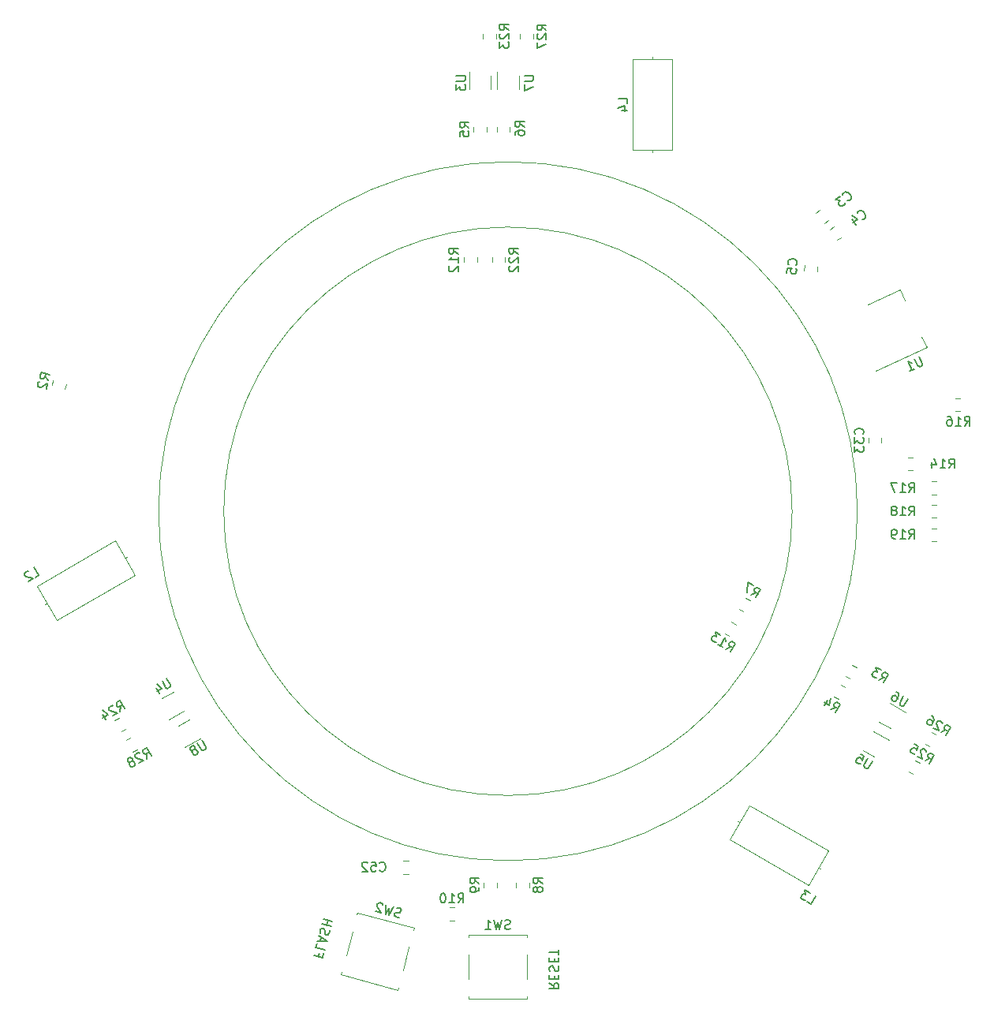
<source format=gbr>
G04 #@! TF.GenerationSoftware,KiCad,Pcbnew,(5.1.4)-1*
G04 #@! TF.CreationDate,2019-09-16T17:17:07+02:00*
G04 #@! TF.ProjectId,PixelFan,50697865-6c46-4616-9e2e-6b696361645f,rev?*
G04 #@! TF.SameCoordinates,Original*
G04 #@! TF.FileFunction,Legend,Bot*
G04 #@! TF.FilePolarity,Positive*
%FSLAX46Y46*%
G04 Gerber Fmt 4.6, Leading zero omitted, Abs format (unit mm)*
G04 Created by KiCad (PCBNEW (5.1.4)-1) date 2019-09-16 17:17:07*
%MOMM*%
%LPD*%
G04 APERTURE LIST*
%ADD10C,0.150000*%
%ADD11C,0.120000*%
G04 APERTURE END LIST*
D10*
X279731467Y-287451361D02*
X279645194Y-287773336D01*
X279139233Y-287637765D02*
X280105158Y-287896584D01*
X280228406Y-287436619D01*
X279484325Y-286349863D02*
X279361078Y-286809828D01*
X280327003Y-287068647D01*
X279834252Y-286147833D02*
X279957499Y-285687868D01*
X279533624Y-286165878D02*
X280585822Y-286102721D01*
X279706170Y-285521927D01*
X279826114Y-285258273D02*
X279817092Y-285107959D01*
X279878716Y-284877977D01*
X279949361Y-284798308D01*
X280007683Y-284764637D01*
X280112000Y-284743289D01*
X280203993Y-284767939D01*
X280283661Y-284838585D01*
X280317333Y-284896906D01*
X280338680Y-285001224D01*
X280335378Y-285197534D01*
X280356725Y-285301852D01*
X280390397Y-285360173D01*
X280470065Y-285430819D01*
X280562058Y-285455468D01*
X280666375Y-285434121D01*
X280724697Y-285400450D01*
X280795343Y-285320781D01*
X280856966Y-285090799D01*
X280847944Y-284940485D01*
X280038937Y-284280022D02*
X281004863Y-284538841D01*
X280544898Y-284415594D02*
X280692795Y-283863637D01*
X280186834Y-283728065D02*
X281152759Y-283986884D01*
X304447619Y-290652380D02*
X304923809Y-290985714D01*
X304447619Y-291223809D02*
X305447619Y-291223809D01*
X305447619Y-290842857D01*
X305400000Y-290747619D01*
X305352380Y-290700000D01*
X305257142Y-290652380D01*
X305114285Y-290652380D01*
X305019047Y-290700000D01*
X304971428Y-290747619D01*
X304923809Y-290842857D01*
X304923809Y-291223809D01*
X304971428Y-290223809D02*
X304971428Y-289890476D01*
X304447619Y-289747619D02*
X304447619Y-290223809D01*
X305447619Y-290223809D01*
X305447619Y-289747619D01*
X304495238Y-289366666D02*
X304447619Y-289223809D01*
X304447619Y-288985714D01*
X304495238Y-288890476D01*
X304542857Y-288842857D01*
X304638095Y-288795238D01*
X304733333Y-288795238D01*
X304828571Y-288842857D01*
X304876190Y-288890476D01*
X304923809Y-288985714D01*
X304971428Y-289176190D01*
X305019047Y-289271428D01*
X305066666Y-289319047D01*
X305161904Y-289366666D01*
X305257142Y-289366666D01*
X305352380Y-289319047D01*
X305400000Y-289271428D01*
X305447619Y-289176190D01*
X305447619Y-288938095D01*
X305400000Y-288795238D01*
X304971428Y-288366666D02*
X304971428Y-288033333D01*
X304447619Y-287890476D02*
X304447619Y-288366666D01*
X305447619Y-288366666D01*
X305447619Y-287890476D01*
X305447619Y-287604761D02*
X305447619Y-287033333D01*
X304447619Y-287319047D02*
X305447619Y-287319047D01*
D11*
X330500000Y-240000000D02*
G75*
G03X330500000Y-240000000I-30500000J0D01*
G01*
X337500000Y-240000000D02*
G75*
G03X337500000Y-240000000I-37500000J0D01*
G01*
X334353584Y-208721981D02*
X333953323Y-209057840D01*
X333440825Y-207634198D02*
X333040564Y-207970057D01*
X334949587Y-209447552D02*
X334521577Y-209747248D01*
X335764065Y-210610748D02*
X335336055Y-210910444D01*
X331775062Y-214136790D02*
X331820601Y-213616275D01*
X333189659Y-214260551D02*
X333235198Y-213740036D01*
X338660000Y-232118748D02*
X338660000Y-232641252D01*
X340080000Y-232118748D02*
X340080000Y-232641252D01*
X302310000Y-280361252D02*
X302310000Y-279838748D01*
X300890000Y-280361252D02*
X300890000Y-279838748D01*
X297390000Y-279838748D02*
X297390000Y-280361252D01*
X298810000Y-279838748D02*
X298810000Y-280361252D01*
X294261252Y-283910000D02*
X293738748Y-283910000D01*
X294261252Y-282490000D02*
X293738748Y-282490000D01*
X343441252Y-234210000D02*
X342918748Y-234210000D01*
X343441252Y-235630000D02*
X342918748Y-235630000D01*
X348521252Y-227860000D02*
X347998748Y-227860000D01*
X348521252Y-229280000D02*
X347998748Y-229280000D01*
X345458748Y-238210000D02*
X345981252Y-238210000D01*
X345458748Y-236790000D02*
X345981252Y-236790000D01*
X345474639Y-239290000D02*
X345997143Y-239290000D01*
X345474639Y-240710000D02*
X345997143Y-240710000D01*
X345458748Y-243250000D02*
X345981252Y-243250000D01*
X345458748Y-241830000D02*
X345981252Y-241830000D01*
X302050000Y-285700000D02*
X302050000Y-285450000D01*
X302050000Y-285450000D02*
X295750000Y-285450000D01*
X295750000Y-285450000D02*
X295750000Y-285700000D01*
X302050000Y-290200000D02*
X302050000Y-287600000D01*
X295750000Y-292100000D02*
X295750000Y-292350000D01*
X295750000Y-292350000D02*
X302050000Y-292350000D01*
X302050000Y-292350000D02*
X302050000Y-292100000D01*
X295750000Y-287600000D02*
X295750000Y-290200000D01*
X283293798Y-285129016D02*
X282620869Y-287640424D01*
X288149741Y-291347724D02*
X288214445Y-291106243D01*
X282064408Y-289717164D02*
X288149741Y-291347724D01*
X282129113Y-289475683D02*
X282064408Y-289717164D01*
X288706202Y-289270984D02*
X289379131Y-286759576D01*
X283850259Y-283052276D02*
X283785555Y-283293757D01*
X289935592Y-284682836D02*
X283850259Y-283052276D01*
X289870887Y-284924317D02*
X289935592Y-284682836D01*
X342055080Y-216234946D02*
X342587579Y-217376893D01*
X344937336Y-222415965D02*
X344404837Y-221274017D01*
X338647362Y-217823990D02*
X342055080Y-216234946D01*
X339490426Y-224955900D02*
X344937336Y-222415965D01*
X289311252Y-278910000D02*
X288788748Y-278910000D01*
X289311252Y-277490000D02*
X288788748Y-277490000D01*
X251185310Y-225974888D02*
X251050076Y-226479589D01*
X252556924Y-226342411D02*
X252421690Y-226847112D01*
X336242778Y-257703163D02*
X336695280Y-257964415D01*
X336952778Y-256473407D02*
X337405280Y-256734659D01*
X335702778Y-258638471D02*
X336155280Y-258899723D01*
X334992778Y-259868227D02*
X335445280Y-260129479D01*
X296290000Y-198738748D02*
X296290000Y-199261252D01*
X297710000Y-198738748D02*
X297710000Y-199261252D01*
X300210000Y-198738748D02*
X300210000Y-199261252D01*
X298790000Y-198738748D02*
X298790000Y-199261252D01*
X325511435Y-249290394D02*
X325963937Y-249551646D01*
X324801435Y-250520150D02*
X325253937Y-250781402D01*
X295290000Y-213261252D02*
X295290000Y-212738748D01*
X296710000Y-213261252D02*
X296710000Y-212738748D01*
X323301435Y-253118227D02*
X323753937Y-253379479D01*
X324011435Y-251888471D02*
X324463937Y-252149723D01*
X299710000Y-213261252D02*
X299710000Y-212738748D01*
X298290000Y-213261252D02*
X298290000Y-212738748D01*
X295840000Y-194700000D02*
X295840000Y-192800000D01*
X298160000Y-193300000D02*
X298160000Y-194700000D01*
X265246164Y-261404589D02*
X263600716Y-262354589D01*
X262873728Y-260095411D02*
X264086164Y-259395411D01*
X339296399Y-266336640D02*
X338083963Y-265636640D01*
X339243963Y-263627462D02*
X340889411Y-264577462D01*
X340993963Y-260596373D02*
X342639411Y-261546373D01*
X341046399Y-263305551D02*
X339833963Y-262605551D01*
X301160000Y-193300000D02*
X301160000Y-194700000D01*
X298840000Y-194700000D02*
X298840000Y-192800000D01*
X264583020Y-263055992D02*
X265795456Y-262355992D01*
X266955456Y-264365170D02*
X265310008Y-265315170D01*
X251541718Y-251695974D02*
X249421718Y-248024026D01*
X249421718Y-248024026D02*
X257856805Y-243154026D01*
X257856805Y-243154026D02*
X259976805Y-246825974D01*
X259976805Y-246825974D02*
X251541718Y-251695974D01*
X250273872Y-249980000D02*
X250481718Y-249860000D01*
X259124651Y-244870000D02*
X258916805Y-244990000D01*
X324675349Y-273270000D02*
X324883195Y-273390000D01*
X333526128Y-278380000D02*
X333318282Y-278260000D01*
X325943195Y-271554026D02*
X334378282Y-276424026D01*
X323823195Y-275225974D02*
X325943195Y-271554026D01*
X332258282Y-280095974D02*
X323823195Y-275225974D01*
X334378282Y-276424026D02*
X332258282Y-280095974D01*
X313380000Y-191480000D02*
X317620000Y-191480000D01*
X317620000Y-191480000D02*
X317620000Y-201220000D01*
X317620000Y-201220000D02*
X313380000Y-201220000D01*
X313380000Y-201220000D02*
X313380000Y-191480000D01*
X315500000Y-191240000D02*
X315500000Y-191480000D01*
X315500000Y-201460000D02*
X315500000Y-201220000D01*
X298710000Y-189261252D02*
X298710000Y-188738748D01*
X297290000Y-189261252D02*
X297290000Y-188738748D01*
X258492542Y-263629479D02*
X258945044Y-263368227D01*
X257782542Y-262399723D02*
X258235044Y-262138471D01*
X344181559Y-266997799D02*
X343729057Y-266736547D01*
X343471559Y-268227555D02*
X343019057Y-267966303D01*
X345221559Y-265196466D02*
X344769057Y-264935214D01*
X345931559Y-263966710D02*
X345479057Y-263705458D01*
X301290000Y-189286252D02*
X301290000Y-188763748D01*
X302710000Y-189286252D02*
X302710000Y-188763748D01*
X259032542Y-264564786D02*
X259485044Y-264303534D01*
X259742542Y-265794542D02*
X260195044Y-265533290D01*
D10*
X336457251Y-206668409D02*
X336524338Y-206674278D01*
X336664382Y-206618929D01*
X336737338Y-206557712D01*
X336816164Y-206429406D01*
X336827903Y-206295232D01*
X336803163Y-206191666D01*
X336717206Y-206015144D01*
X336625379Y-205905709D01*
X336466465Y-205790405D01*
X336368769Y-205748057D01*
X336234595Y-205736319D01*
X336094551Y-205791667D01*
X336021594Y-205852885D01*
X335942768Y-205981190D01*
X335936899Y-206048277D01*
X335620333Y-206189583D02*
X335146115Y-206587499D01*
X335646334Y-206665063D01*
X335536899Y-206756890D01*
X335494552Y-206854586D01*
X335488682Y-206921674D01*
X335513422Y-207025239D01*
X335666467Y-207207631D01*
X335764163Y-207249978D01*
X335831250Y-207255848D01*
X335934816Y-207231108D01*
X336153685Y-207047454D01*
X336196033Y-206949758D01*
X336201902Y-206882671D01*
X337985008Y-208665436D02*
X338051328Y-208677130D01*
X338195663Y-208634198D01*
X338273677Y-208579571D01*
X338363386Y-208458624D01*
X338386774Y-208325984D01*
X338371155Y-208220656D01*
X338300910Y-208037314D01*
X338218970Y-207920292D01*
X338070710Y-207791576D01*
X337977077Y-207740875D01*
X337844436Y-207717487D01*
X337700101Y-207760419D01*
X337622086Y-207815046D01*
X337532378Y-207935992D01*
X337520684Y-208002313D01*
X336955119Y-208688986D02*
X337337504Y-209235087D01*
X336931650Y-208240362D02*
X337536384Y-208688905D01*
X337029290Y-209043976D01*
X330915500Y-213574955D02*
X330967088Y-213531668D01*
X331026977Y-213393504D01*
X331035278Y-213298629D01*
X331000291Y-213152165D01*
X330913715Y-213048989D01*
X330822990Y-212993250D01*
X330637389Y-212929211D01*
X330495075Y-212916760D01*
X330301174Y-212947597D01*
X330202148Y-212986734D01*
X330098972Y-213073310D01*
X330039083Y-213211473D01*
X330030782Y-213306349D01*
X330065769Y-213452812D01*
X330109057Y-213504400D01*
X329935326Y-214397419D02*
X329976829Y-213923040D01*
X330455358Y-213917105D01*
X330403769Y-213960393D01*
X330348031Y-214051118D01*
X330327280Y-214288308D01*
X330366417Y-214387334D01*
X330409704Y-214438922D01*
X330500430Y-214494660D01*
X330737619Y-214515411D01*
X330836645Y-214476274D01*
X330888233Y-214432987D01*
X330943972Y-214342261D01*
X330964723Y-214105072D01*
X330925586Y-214006046D01*
X330882298Y-213954458D01*
X338077142Y-231737142D02*
X338124761Y-231689523D01*
X338172380Y-231546666D01*
X338172380Y-231451428D01*
X338124761Y-231308571D01*
X338029523Y-231213333D01*
X337934285Y-231165714D01*
X337743809Y-231118095D01*
X337600952Y-231118095D01*
X337410476Y-231165714D01*
X337315238Y-231213333D01*
X337220000Y-231308571D01*
X337172380Y-231451428D01*
X337172380Y-231546666D01*
X337220000Y-231689523D01*
X337267619Y-231737142D01*
X337172380Y-232070476D02*
X337172380Y-232689523D01*
X337553333Y-232356190D01*
X337553333Y-232499047D01*
X337600952Y-232594285D01*
X337648571Y-232641904D01*
X337743809Y-232689523D01*
X337981904Y-232689523D01*
X338077142Y-232641904D01*
X338124761Y-232594285D01*
X338172380Y-232499047D01*
X338172380Y-232213333D01*
X338124761Y-232118095D01*
X338077142Y-232070476D01*
X337172380Y-233022857D02*
X337172380Y-233641904D01*
X337553333Y-233308571D01*
X337553333Y-233451428D01*
X337600952Y-233546666D01*
X337648571Y-233594285D01*
X337743809Y-233641904D01*
X337981904Y-233641904D01*
X338077142Y-233594285D01*
X338124761Y-233546666D01*
X338172380Y-233451428D01*
X338172380Y-233165714D01*
X338124761Y-233070476D01*
X338077142Y-233022857D01*
X303702380Y-279933333D02*
X303226190Y-279600000D01*
X303702380Y-279361904D02*
X302702380Y-279361904D01*
X302702380Y-279742857D01*
X302750000Y-279838095D01*
X302797619Y-279885714D01*
X302892857Y-279933333D01*
X303035714Y-279933333D01*
X303130952Y-279885714D01*
X303178571Y-279838095D01*
X303226190Y-279742857D01*
X303226190Y-279361904D01*
X303130952Y-280504761D02*
X303083333Y-280409523D01*
X303035714Y-280361904D01*
X302940476Y-280314285D01*
X302892857Y-280314285D01*
X302797619Y-280361904D01*
X302750000Y-280409523D01*
X302702380Y-280504761D01*
X302702380Y-280695238D01*
X302750000Y-280790476D01*
X302797619Y-280838095D01*
X302892857Y-280885714D01*
X302940476Y-280885714D01*
X303035714Y-280838095D01*
X303083333Y-280790476D01*
X303130952Y-280695238D01*
X303130952Y-280504761D01*
X303178571Y-280409523D01*
X303226190Y-280361904D01*
X303321428Y-280314285D01*
X303511904Y-280314285D01*
X303607142Y-280361904D01*
X303654761Y-280409523D01*
X303702380Y-280504761D01*
X303702380Y-280695238D01*
X303654761Y-280790476D01*
X303607142Y-280838095D01*
X303511904Y-280885714D01*
X303321428Y-280885714D01*
X303226190Y-280838095D01*
X303178571Y-280790476D01*
X303130952Y-280695238D01*
X296902380Y-279933333D02*
X296426190Y-279600000D01*
X296902380Y-279361904D02*
X295902380Y-279361904D01*
X295902380Y-279742857D01*
X295950000Y-279838095D01*
X295997619Y-279885714D01*
X296092857Y-279933333D01*
X296235714Y-279933333D01*
X296330952Y-279885714D01*
X296378571Y-279838095D01*
X296426190Y-279742857D01*
X296426190Y-279361904D01*
X296902380Y-280409523D02*
X296902380Y-280600000D01*
X296854761Y-280695238D01*
X296807142Y-280742857D01*
X296664285Y-280838095D01*
X296473809Y-280885714D01*
X296092857Y-280885714D01*
X295997619Y-280838095D01*
X295950000Y-280790476D01*
X295902380Y-280695238D01*
X295902380Y-280504761D01*
X295950000Y-280409523D01*
X295997619Y-280361904D01*
X296092857Y-280314285D01*
X296330952Y-280314285D01*
X296426190Y-280361904D01*
X296473809Y-280409523D01*
X296521428Y-280504761D01*
X296521428Y-280695238D01*
X296473809Y-280790476D01*
X296426190Y-280838095D01*
X296330952Y-280885714D01*
X294642857Y-282002380D02*
X294976190Y-281526190D01*
X295214285Y-282002380D02*
X295214285Y-281002380D01*
X294833333Y-281002380D01*
X294738095Y-281050000D01*
X294690476Y-281097619D01*
X294642857Y-281192857D01*
X294642857Y-281335714D01*
X294690476Y-281430952D01*
X294738095Y-281478571D01*
X294833333Y-281526190D01*
X295214285Y-281526190D01*
X293690476Y-282002380D02*
X294261904Y-282002380D01*
X293976190Y-282002380D02*
X293976190Y-281002380D01*
X294071428Y-281145238D01*
X294166666Y-281240476D01*
X294261904Y-281288095D01*
X293071428Y-281002380D02*
X292976190Y-281002380D01*
X292880952Y-281050000D01*
X292833333Y-281097619D01*
X292785714Y-281192857D01*
X292738095Y-281383333D01*
X292738095Y-281621428D01*
X292785714Y-281811904D01*
X292833333Y-281907142D01*
X292880952Y-281954761D01*
X292976190Y-282002380D01*
X293071428Y-282002380D01*
X293166666Y-281954761D01*
X293214285Y-281907142D01*
X293261904Y-281811904D01*
X293309523Y-281621428D01*
X293309523Y-281383333D01*
X293261904Y-281192857D01*
X293214285Y-281097619D01*
X293166666Y-281050000D01*
X293071428Y-281002380D01*
X347322857Y-235372380D02*
X347656190Y-234896190D01*
X347894285Y-235372380D02*
X347894285Y-234372380D01*
X347513333Y-234372380D01*
X347418095Y-234420000D01*
X347370476Y-234467619D01*
X347322857Y-234562857D01*
X347322857Y-234705714D01*
X347370476Y-234800952D01*
X347418095Y-234848571D01*
X347513333Y-234896190D01*
X347894285Y-234896190D01*
X346370476Y-235372380D02*
X346941904Y-235372380D01*
X346656190Y-235372380D02*
X346656190Y-234372380D01*
X346751428Y-234515238D01*
X346846666Y-234610476D01*
X346941904Y-234658095D01*
X345513333Y-234705714D02*
X345513333Y-235372380D01*
X345751428Y-234324761D02*
X345989523Y-235039047D01*
X345370476Y-235039047D01*
X349002857Y-230822380D02*
X349336190Y-230346190D01*
X349574285Y-230822380D02*
X349574285Y-229822380D01*
X349193333Y-229822380D01*
X349098095Y-229870000D01*
X349050476Y-229917619D01*
X349002857Y-230012857D01*
X349002857Y-230155714D01*
X349050476Y-230250952D01*
X349098095Y-230298571D01*
X349193333Y-230346190D01*
X349574285Y-230346190D01*
X348050476Y-230822380D02*
X348621904Y-230822380D01*
X348336190Y-230822380D02*
X348336190Y-229822380D01*
X348431428Y-229965238D01*
X348526666Y-230060476D01*
X348621904Y-230108095D01*
X347193333Y-229822380D02*
X347383809Y-229822380D01*
X347479047Y-229870000D01*
X347526666Y-229917619D01*
X347621904Y-230060476D01*
X347669523Y-230250952D01*
X347669523Y-230631904D01*
X347621904Y-230727142D01*
X347574285Y-230774761D01*
X347479047Y-230822380D01*
X347288571Y-230822380D01*
X347193333Y-230774761D01*
X347145714Y-230727142D01*
X347098095Y-230631904D01*
X347098095Y-230393809D01*
X347145714Y-230298571D01*
X347193333Y-230250952D01*
X347288571Y-230203333D01*
X347479047Y-230203333D01*
X347574285Y-230250952D01*
X347621904Y-230298571D01*
X347669523Y-230393809D01*
X343042857Y-237952380D02*
X343376190Y-237476190D01*
X343614285Y-237952380D02*
X343614285Y-236952380D01*
X343233333Y-236952380D01*
X343138095Y-237000000D01*
X343090476Y-237047619D01*
X343042857Y-237142857D01*
X343042857Y-237285714D01*
X343090476Y-237380952D01*
X343138095Y-237428571D01*
X343233333Y-237476190D01*
X343614285Y-237476190D01*
X342090476Y-237952380D02*
X342661904Y-237952380D01*
X342376190Y-237952380D02*
X342376190Y-236952380D01*
X342471428Y-237095238D01*
X342566666Y-237190476D01*
X342661904Y-237238095D01*
X341757142Y-236952380D02*
X341090476Y-236952380D01*
X341519047Y-237952380D01*
X343042857Y-240452380D02*
X343376190Y-239976190D01*
X343614285Y-240452380D02*
X343614285Y-239452380D01*
X343233333Y-239452380D01*
X343138095Y-239500000D01*
X343090476Y-239547619D01*
X343042857Y-239642857D01*
X343042857Y-239785714D01*
X343090476Y-239880952D01*
X343138095Y-239928571D01*
X343233333Y-239976190D01*
X343614285Y-239976190D01*
X342090476Y-240452380D02*
X342661904Y-240452380D01*
X342376190Y-240452380D02*
X342376190Y-239452380D01*
X342471428Y-239595238D01*
X342566666Y-239690476D01*
X342661904Y-239738095D01*
X341519047Y-239880952D02*
X341614285Y-239833333D01*
X341661904Y-239785714D01*
X341709523Y-239690476D01*
X341709523Y-239642857D01*
X341661904Y-239547619D01*
X341614285Y-239500000D01*
X341519047Y-239452380D01*
X341328571Y-239452380D01*
X341233333Y-239500000D01*
X341185714Y-239547619D01*
X341138095Y-239642857D01*
X341138095Y-239690476D01*
X341185714Y-239785714D01*
X341233333Y-239833333D01*
X341328571Y-239880952D01*
X341519047Y-239880952D01*
X341614285Y-239928571D01*
X341661904Y-239976190D01*
X341709523Y-240071428D01*
X341709523Y-240261904D01*
X341661904Y-240357142D01*
X341614285Y-240404761D01*
X341519047Y-240452380D01*
X341328571Y-240452380D01*
X341233333Y-240404761D01*
X341185714Y-240357142D01*
X341138095Y-240261904D01*
X341138095Y-240071428D01*
X341185714Y-239976190D01*
X341233333Y-239928571D01*
X341328571Y-239880952D01*
X343042857Y-242952380D02*
X343376190Y-242476190D01*
X343614285Y-242952380D02*
X343614285Y-241952380D01*
X343233333Y-241952380D01*
X343138095Y-242000000D01*
X343090476Y-242047619D01*
X343042857Y-242142857D01*
X343042857Y-242285714D01*
X343090476Y-242380952D01*
X343138095Y-242428571D01*
X343233333Y-242476190D01*
X343614285Y-242476190D01*
X342090476Y-242952380D02*
X342661904Y-242952380D01*
X342376190Y-242952380D02*
X342376190Y-241952380D01*
X342471428Y-242095238D01*
X342566666Y-242190476D01*
X342661904Y-242238095D01*
X341614285Y-242952380D02*
X341423809Y-242952380D01*
X341328571Y-242904761D01*
X341280952Y-242857142D01*
X341185714Y-242714285D01*
X341138095Y-242523809D01*
X341138095Y-242142857D01*
X341185714Y-242047619D01*
X341233333Y-242000000D01*
X341328571Y-241952380D01*
X341519047Y-241952380D01*
X341614285Y-242000000D01*
X341661904Y-242047619D01*
X341709523Y-242142857D01*
X341709523Y-242380952D01*
X341661904Y-242476190D01*
X341614285Y-242523809D01*
X341519047Y-242571428D01*
X341328571Y-242571428D01*
X341233333Y-242523809D01*
X341185714Y-242476190D01*
X341138095Y-242380952D01*
X300233333Y-284804761D02*
X300090476Y-284852380D01*
X299852380Y-284852380D01*
X299757142Y-284804761D01*
X299709523Y-284757142D01*
X299661904Y-284661904D01*
X299661904Y-284566666D01*
X299709523Y-284471428D01*
X299757142Y-284423809D01*
X299852380Y-284376190D01*
X300042857Y-284328571D01*
X300138095Y-284280952D01*
X300185714Y-284233333D01*
X300233333Y-284138095D01*
X300233333Y-284042857D01*
X300185714Y-283947619D01*
X300138095Y-283900000D01*
X300042857Y-283852380D01*
X299804761Y-283852380D01*
X299661904Y-283900000D01*
X299328571Y-283852380D02*
X299090476Y-284852380D01*
X298900000Y-284138095D01*
X298709523Y-284852380D01*
X298471428Y-283852380D01*
X297566666Y-284852380D02*
X298138095Y-284852380D01*
X297852380Y-284852380D02*
X297852380Y-283852380D01*
X297947619Y-283995238D01*
X298042857Y-284090476D01*
X298138095Y-284138095D01*
X288347827Y-283589396D02*
X288197512Y-283598418D01*
X287967530Y-283536794D01*
X287887862Y-283466148D01*
X287854190Y-283407827D01*
X287832843Y-283303510D01*
X287857492Y-283211517D01*
X287928138Y-283131848D01*
X287986460Y-283098177D01*
X288090777Y-283076830D01*
X288287088Y-283080132D01*
X288391405Y-283058785D01*
X288449727Y-283025113D01*
X288520373Y-282945445D01*
X288545022Y-282853452D01*
X288523675Y-282749134D01*
X288490003Y-282690813D01*
X288410335Y-282620167D01*
X288180353Y-282558544D01*
X288030039Y-282567566D01*
X287720388Y-282435297D02*
X287231587Y-283339599D01*
X287232471Y-282600353D01*
X286863615Y-283241001D01*
X286892452Y-282213452D01*
X286545827Y-282219172D02*
X286512155Y-282160850D01*
X286432487Y-282090205D01*
X286202505Y-282028581D01*
X286098187Y-282049928D01*
X286039866Y-282083600D01*
X285969220Y-282163268D01*
X285944570Y-282255261D01*
X285953593Y-282405575D01*
X286357654Y-283105429D01*
X285759700Y-282945208D01*
X344126028Y-223392734D02*
X344468147Y-224126412D01*
X344465239Y-224232852D01*
X344442206Y-224296134D01*
X344376016Y-224379541D01*
X344203386Y-224460039D01*
X344096946Y-224457131D01*
X344033664Y-224434098D01*
X343950257Y-224367908D01*
X343608138Y-223634230D01*
X343124448Y-224963156D02*
X343642338Y-224721660D01*
X343383393Y-224842408D02*
X342960775Y-223936101D01*
X343107464Y-224025324D01*
X343234028Y-224071389D01*
X343340468Y-224074298D01*
X286242857Y-278557142D02*
X286290476Y-278604761D01*
X286433333Y-278652380D01*
X286528571Y-278652380D01*
X286671428Y-278604761D01*
X286766666Y-278509523D01*
X286814285Y-278414285D01*
X286861904Y-278223809D01*
X286861904Y-278080952D01*
X286814285Y-277890476D01*
X286766666Y-277795238D01*
X286671428Y-277700000D01*
X286528571Y-277652380D01*
X286433333Y-277652380D01*
X286290476Y-277700000D01*
X286242857Y-277747619D01*
X285338095Y-277652380D02*
X285814285Y-277652380D01*
X285861904Y-278128571D01*
X285814285Y-278080952D01*
X285719047Y-278033333D01*
X285480952Y-278033333D01*
X285385714Y-278080952D01*
X285338095Y-278128571D01*
X285290476Y-278223809D01*
X285290476Y-278461904D01*
X285338095Y-278557142D01*
X285385714Y-278604761D01*
X285480952Y-278652380D01*
X285719047Y-278652380D01*
X285814285Y-278604761D01*
X285861904Y-278557142D01*
X284909523Y-277747619D02*
X284861904Y-277700000D01*
X284766666Y-277652380D01*
X284528571Y-277652380D01*
X284433333Y-277700000D01*
X284385714Y-277747619D01*
X284338095Y-277842857D01*
X284338095Y-277938095D01*
X284385714Y-278080952D01*
X284957142Y-278652380D01*
X284338095Y-278652380D01*
X250689824Y-225940046D02*
X250316133Y-225494823D01*
X250837721Y-225388088D02*
X249871795Y-225129269D01*
X249773197Y-225497241D01*
X249794545Y-225601558D01*
X249828216Y-225659880D01*
X249907884Y-225730525D01*
X250045874Y-225767500D01*
X250150192Y-225746153D01*
X250208513Y-225712481D01*
X250279159Y-225632813D01*
X250377756Y-225264841D01*
X249717294Y-226073848D02*
X249658973Y-226107520D01*
X249588327Y-226187188D01*
X249526703Y-226417170D01*
X249548050Y-226521488D01*
X249581722Y-226579809D01*
X249661390Y-226650455D01*
X249753383Y-226675104D01*
X249903697Y-226666082D01*
X250603551Y-226262021D01*
X250443330Y-226859975D01*
X339818148Y-258075106D02*
X340344918Y-257829380D01*
X340313019Y-258360821D02*
X340813019Y-257494795D01*
X340483105Y-257304319D01*
X340376817Y-257297939D01*
X340311768Y-257315369D01*
X340222909Y-257374038D01*
X340151481Y-257497756D01*
X340145101Y-257604044D01*
X340162531Y-257669093D01*
X340221200Y-257757951D01*
X340551114Y-257948427D01*
X340029472Y-257042414D02*
X339493361Y-256732890D01*
X339591560Y-257229471D01*
X339467843Y-257158043D01*
X339361554Y-257151663D01*
X339296506Y-257169093D01*
X339207647Y-257227762D01*
X339088600Y-257433959D01*
X339082220Y-257540247D01*
X339099650Y-257605295D01*
X339158319Y-257694154D01*
X339405755Y-257837011D01*
X339512043Y-257843391D01*
X339577092Y-257825961D01*
X334667176Y-261288023D02*
X335193946Y-261042297D01*
X335162047Y-261573738D02*
X335662047Y-260707712D01*
X335332133Y-260517236D01*
X335225845Y-260510856D01*
X335160796Y-260528286D01*
X335071937Y-260586955D01*
X335000509Y-260710673D01*
X334994129Y-260816961D01*
X335011559Y-260882010D01*
X335070228Y-260970868D01*
X335400142Y-261161344D01*
X334258201Y-260282102D02*
X333924868Y-260859452D01*
X334654874Y-260071235D02*
X334503928Y-260808872D01*
X333967817Y-260499348D01*
X295802380Y-198833333D02*
X295326190Y-198500000D01*
X295802380Y-198261904D02*
X294802380Y-198261904D01*
X294802380Y-198642857D01*
X294850000Y-198738095D01*
X294897619Y-198785714D01*
X294992857Y-198833333D01*
X295135714Y-198833333D01*
X295230952Y-198785714D01*
X295278571Y-198738095D01*
X295326190Y-198642857D01*
X295326190Y-198261904D01*
X294802380Y-199738095D02*
X294802380Y-199261904D01*
X295278571Y-199214285D01*
X295230952Y-199261904D01*
X295183333Y-199357142D01*
X295183333Y-199595238D01*
X295230952Y-199690476D01*
X295278571Y-199738095D01*
X295373809Y-199785714D01*
X295611904Y-199785714D01*
X295707142Y-199738095D01*
X295754761Y-199690476D01*
X295802380Y-199595238D01*
X295802380Y-199357142D01*
X295754761Y-199261904D01*
X295707142Y-199214285D01*
X301752380Y-198733333D02*
X301276190Y-198400000D01*
X301752380Y-198161904D02*
X300752380Y-198161904D01*
X300752380Y-198542857D01*
X300800000Y-198638095D01*
X300847619Y-198685714D01*
X300942857Y-198733333D01*
X301085714Y-198733333D01*
X301180952Y-198685714D01*
X301228571Y-198638095D01*
X301276190Y-198542857D01*
X301276190Y-198161904D01*
X300752380Y-199590476D02*
X300752380Y-199400000D01*
X300800000Y-199304761D01*
X300847619Y-199257142D01*
X300990476Y-199161904D01*
X301180952Y-199114285D01*
X301561904Y-199114285D01*
X301657142Y-199161904D01*
X301704761Y-199209523D01*
X301752380Y-199304761D01*
X301752380Y-199495238D01*
X301704761Y-199590476D01*
X301657142Y-199638095D01*
X301561904Y-199685714D01*
X301323809Y-199685714D01*
X301228571Y-199638095D01*
X301180952Y-199590476D01*
X301133333Y-199495238D01*
X301133333Y-199304761D01*
X301180952Y-199209523D01*
X301228571Y-199161904D01*
X301323809Y-199114285D01*
X326118147Y-248975106D02*
X326644917Y-248729380D01*
X326613018Y-249260821D02*
X327113018Y-248394795D01*
X326783104Y-248204319D01*
X326676816Y-248197939D01*
X326611767Y-248215369D01*
X326522908Y-248274038D01*
X326451480Y-248397756D01*
X326445100Y-248504044D01*
X326462530Y-248569093D01*
X326521199Y-248657951D01*
X326851113Y-248848427D01*
X326329471Y-247942414D02*
X325752121Y-247609081D01*
X325623275Y-248689392D01*
X294652380Y-212357142D02*
X294176190Y-212023809D01*
X294652380Y-211785714D02*
X293652380Y-211785714D01*
X293652380Y-212166666D01*
X293700000Y-212261904D01*
X293747619Y-212309523D01*
X293842857Y-212357142D01*
X293985714Y-212357142D01*
X294080952Y-212309523D01*
X294128571Y-212261904D01*
X294176190Y-212166666D01*
X294176190Y-211785714D01*
X294652380Y-213309523D02*
X294652380Y-212738095D01*
X294652380Y-213023809D02*
X293652380Y-213023809D01*
X293795238Y-212928571D01*
X293890476Y-212833333D01*
X293938095Y-212738095D01*
X293747619Y-213690476D02*
X293700000Y-213738095D01*
X293652380Y-213833333D01*
X293652380Y-214071428D01*
X293700000Y-214166666D01*
X293747619Y-214214285D01*
X293842857Y-214261904D01*
X293938095Y-214261904D01*
X294080952Y-214214285D01*
X294652380Y-213642857D01*
X294652380Y-214261904D01*
X323388226Y-254776118D02*
X323914996Y-254530392D01*
X323883097Y-255061833D02*
X324383097Y-254195807D01*
X324053183Y-254005331D01*
X323946895Y-253998951D01*
X323881846Y-254016381D01*
X323792988Y-254075050D01*
X323721559Y-254198768D01*
X323715179Y-254305056D01*
X323732609Y-254370105D01*
X323791278Y-254458964D01*
X324121193Y-254649440D01*
X322563440Y-254299928D02*
X323058311Y-254585642D01*
X322810875Y-254442785D02*
X323310875Y-253576760D01*
X323321925Y-253748097D01*
X323356785Y-253878194D01*
X323415454Y-253967053D01*
X322774764Y-253267236D02*
X322238653Y-252957712D01*
X322336852Y-253454293D01*
X322213134Y-253382865D01*
X322106846Y-253376485D01*
X322041798Y-253393915D01*
X321952939Y-253452584D01*
X321833892Y-253658780D01*
X321827512Y-253765068D01*
X321844942Y-253830117D01*
X321903611Y-253918976D01*
X322151046Y-254061833D01*
X322257335Y-254068212D01*
X322322383Y-254050783D01*
X301102380Y-212357142D02*
X300626190Y-212023809D01*
X301102380Y-211785714D02*
X300102380Y-211785714D01*
X300102380Y-212166666D01*
X300150000Y-212261904D01*
X300197619Y-212309523D01*
X300292857Y-212357142D01*
X300435714Y-212357142D01*
X300530952Y-212309523D01*
X300578571Y-212261904D01*
X300626190Y-212166666D01*
X300626190Y-211785714D01*
X300197619Y-212738095D02*
X300150000Y-212785714D01*
X300102380Y-212880952D01*
X300102380Y-213119047D01*
X300150000Y-213214285D01*
X300197619Y-213261904D01*
X300292857Y-213309523D01*
X300388095Y-213309523D01*
X300530952Y-213261904D01*
X301102380Y-212690476D01*
X301102380Y-213309523D01*
X300197619Y-213690476D02*
X300150000Y-213738095D01*
X300102380Y-213833333D01*
X300102380Y-214071428D01*
X300150000Y-214166666D01*
X300197619Y-214214285D01*
X300292857Y-214261904D01*
X300388095Y-214261904D01*
X300530952Y-214214285D01*
X301102380Y-213642857D01*
X301102380Y-214261904D01*
X294452380Y-193238095D02*
X295261904Y-193238095D01*
X295357142Y-193285714D01*
X295404761Y-193333333D01*
X295452380Y-193428571D01*
X295452380Y-193619047D01*
X295404761Y-193714285D01*
X295357142Y-193761904D01*
X295261904Y-193809523D01*
X294452380Y-193809523D01*
X294452380Y-194190476D02*
X294452380Y-194809523D01*
X294833333Y-194476190D01*
X294833333Y-194619047D01*
X294880952Y-194714285D01*
X294928571Y-194761904D01*
X295023809Y-194809523D01*
X295261904Y-194809523D01*
X295357142Y-194761904D01*
X295404761Y-194714285D01*
X295452380Y-194619047D01*
X295452380Y-194333333D01*
X295404761Y-194238095D01*
X295357142Y-194190476D01*
X263386019Y-257944795D02*
X263790781Y-258645863D01*
X263797161Y-258752151D01*
X263779731Y-258817200D01*
X263721062Y-258906059D01*
X263556104Y-259001297D01*
X263449816Y-259007676D01*
X263384767Y-258990247D01*
X263295909Y-258931578D01*
X262891147Y-258230509D01*
X262274267Y-258971565D02*
X262607600Y-259548916D01*
X262289987Y-258522603D02*
X262853327Y-259022145D01*
X262317216Y-259331669D01*
X339133638Y-266806700D02*
X338728876Y-267507768D01*
X338640018Y-267566437D01*
X338574969Y-267583867D01*
X338468681Y-267577487D01*
X338303723Y-267482249D01*
X338245054Y-267393391D01*
X338227625Y-267328342D01*
X338234004Y-267222054D01*
X338638766Y-266520986D01*
X337813980Y-266044795D02*
X338226373Y-266282890D01*
X338029517Y-266719093D01*
X338012087Y-266654044D01*
X337953418Y-266565186D01*
X337747222Y-266446138D01*
X337640934Y-266439758D01*
X337575885Y-266457188D01*
X337487027Y-266515857D01*
X337367979Y-266722054D01*
X337361599Y-266828342D01*
X337379029Y-266893391D01*
X337437698Y-266982249D01*
X337643895Y-267101297D01*
X337750183Y-267107676D01*
X337815232Y-267090247D01*
X342953819Y-260125611D02*
X342549057Y-260826679D01*
X342460199Y-260885348D01*
X342395150Y-260902778D01*
X342288862Y-260896398D01*
X342123904Y-260801160D01*
X342065235Y-260712302D01*
X342047806Y-260647253D01*
X342054185Y-260540965D01*
X342458947Y-259839897D01*
X341675400Y-259387516D02*
X341840358Y-259482754D01*
X341899027Y-259571612D01*
X341916457Y-259636661D01*
X341927507Y-259807998D01*
X341873508Y-259996765D01*
X341683032Y-260326679D01*
X341594173Y-260385348D01*
X341529124Y-260402778D01*
X341422836Y-260396398D01*
X341257879Y-260301160D01*
X341199210Y-260212302D01*
X341181780Y-260147253D01*
X341188160Y-260040965D01*
X341307208Y-259834768D01*
X341396066Y-259776099D01*
X341461115Y-259758669D01*
X341567403Y-259765049D01*
X341732360Y-259860287D01*
X341791029Y-259949146D01*
X341808459Y-260014194D01*
X341802079Y-260120483D01*
X301752380Y-193238095D02*
X302561904Y-193238095D01*
X302657142Y-193285714D01*
X302704761Y-193333333D01*
X302752380Y-193428571D01*
X302752380Y-193619047D01*
X302704761Y-193714285D01*
X302657142Y-193761904D01*
X302561904Y-193809523D01*
X301752380Y-193809523D01*
X301752380Y-194190476D02*
X301752380Y-194857142D01*
X302752380Y-194428571D01*
X267155257Y-264587427D02*
X267560019Y-265288495D01*
X267566399Y-265394783D01*
X267548969Y-265459832D01*
X267490300Y-265548691D01*
X267325342Y-265643929D01*
X267219054Y-265650308D01*
X267154005Y-265632879D01*
X267065147Y-265574210D01*
X266660385Y-264873141D01*
X266338560Y-265553819D02*
X266397229Y-265464961D01*
X266414659Y-265399912D01*
X266408279Y-265293624D01*
X266384470Y-265252384D01*
X266295611Y-265193715D01*
X266230562Y-265176285D01*
X266124274Y-265182665D01*
X265959317Y-265277903D01*
X265900648Y-265366762D01*
X265883218Y-265431810D01*
X265889598Y-265538099D01*
X265913407Y-265579338D01*
X266002266Y-265638007D01*
X266067315Y-265655437D01*
X266173603Y-265649057D01*
X266338560Y-265553819D01*
X266444848Y-265547439D01*
X266509897Y-265564869D01*
X266598755Y-265623538D01*
X266693993Y-265788495D01*
X266700373Y-265894783D01*
X266682943Y-265959832D01*
X266624274Y-266048691D01*
X266459317Y-266143929D01*
X266353029Y-266150308D01*
X266287980Y-266132879D01*
X266199122Y-266074210D01*
X266103884Y-265909252D01*
X266097504Y-265802964D01*
X266114934Y-265737915D01*
X266173603Y-265649057D01*
X249253028Y-247102940D02*
X249665421Y-246864844D01*
X249165421Y-245998819D01*
X248553211Y-246462250D02*
X248488162Y-246444820D01*
X248381874Y-246451200D01*
X248175677Y-246570247D01*
X248117008Y-246659106D01*
X248099578Y-246724155D01*
X248105958Y-246830443D01*
X248153577Y-246912921D01*
X248266245Y-247012830D01*
X249046831Y-247221987D01*
X248510720Y-247531511D01*
X332112647Y-281940606D02*
X332525040Y-282178701D01*
X333025040Y-281312676D01*
X332406450Y-280955533D02*
X331870339Y-280646009D01*
X331968538Y-281142591D01*
X331844820Y-281071162D01*
X331738532Y-281064782D01*
X331673483Y-281082212D01*
X331584625Y-281140881D01*
X331465577Y-281347078D01*
X331459197Y-281453366D01*
X331476627Y-281518415D01*
X331535296Y-281607273D01*
X331782732Y-281750130D01*
X331889020Y-281756510D01*
X331954069Y-281739080D01*
X312832380Y-196183333D02*
X312832380Y-195707142D01*
X311832380Y-195707142D01*
X312165714Y-196945238D02*
X312832380Y-196945238D01*
X311784761Y-196707142D02*
X312499047Y-196469047D01*
X312499047Y-197088095D01*
X300102380Y-188357142D02*
X299626190Y-188023809D01*
X300102380Y-187785714D02*
X299102380Y-187785714D01*
X299102380Y-188166666D01*
X299150000Y-188261904D01*
X299197619Y-188309523D01*
X299292857Y-188357142D01*
X299435714Y-188357142D01*
X299530952Y-188309523D01*
X299578571Y-188261904D01*
X299626190Y-188166666D01*
X299626190Y-187785714D01*
X299197619Y-188738095D02*
X299150000Y-188785714D01*
X299102380Y-188880952D01*
X299102380Y-189119047D01*
X299150000Y-189214285D01*
X299197619Y-189261904D01*
X299292857Y-189309523D01*
X299388095Y-189309523D01*
X299530952Y-189261904D01*
X300102380Y-188690476D01*
X300102380Y-189309523D01*
X299102380Y-189642857D02*
X299102380Y-190261904D01*
X299483333Y-189928571D01*
X299483333Y-190071428D01*
X299530952Y-190166666D01*
X299578571Y-190214285D01*
X299673809Y-190261904D01*
X299911904Y-190261904D01*
X300007142Y-190214285D01*
X300054761Y-190166666D01*
X300102380Y-190071428D01*
X300102380Y-189785714D01*
X300054761Y-189690476D01*
X300007142Y-189642857D01*
X258382920Y-261470344D02*
X258433499Y-260891285D01*
X258877791Y-261184630D02*
X258377791Y-260318605D01*
X258047877Y-260509081D01*
X257989208Y-260597939D01*
X257971778Y-260662988D01*
X257978158Y-260769276D01*
X258049586Y-260892994D01*
X258138445Y-260951663D01*
X258203493Y-260969093D01*
X258309782Y-260962713D01*
X258639696Y-260772237D01*
X257600624Y-260877274D02*
X257535575Y-260859844D01*
X257429287Y-260866224D01*
X257223091Y-260985271D01*
X257164422Y-261074130D01*
X257146992Y-261139178D01*
X257153372Y-261245467D01*
X257200991Y-261327945D01*
X257313659Y-261427854D01*
X258094244Y-261637011D01*
X257558133Y-261946535D01*
X256482493Y-261797756D02*
X256815826Y-262375106D01*
X256498213Y-261348794D02*
X257061552Y-261848336D01*
X256525441Y-262157860D01*
X344755848Y-266766310D02*
X345282618Y-266520584D01*
X345250719Y-267052025D02*
X345750719Y-266185999D01*
X345420805Y-265995523D01*
X345314517Y-265989143D01*
X345249468Y-266006573D01*
X345160610Y-266065242D01*
X345089181Y-266188960D01*
X345082801Y-266295248D01*
X345100231Y-266360297D01*
X345158900Y-266449156D01*
X345488815Y-266639632D01*
X344878314Y-265792287D02*
X344860884Y-265727239D01*
X344802215Y-265638380D01*
X344596019Y-265519333D01*
X344489731Y-265512953D01*
X344424682Y-265530383D01*
X344335823Y-265589052D01*
X344288204Y-265671530D01*
X344258015Y-265819058D01*
X344467173Y-266599644D01*
X343931062Y-266290120D01*
X343647515Y-264971714D02*
X344059908Y-265209809D01*
X343863052Y-265646011D01*
X343845622Y-265580963D01*
X343786953Y-265492104D01*
X343580756Y-265373057D01*
X343474468Y-265366677D01*
X343409420Y-265384107D01*
X343320561Y-265442776D01*
X343201514Y-265648972D01*
X343195134Y-265755260D01*
X343212564Y-265820309D01*
X343271233Y-265909168D01*
X343477429Y-266028215D01*
X343583717Y-266034595D01*
X343648766Y-266017165D01*
X346505848Y-263735221D02*
X347032618Y-263489495D01*
X347000719Y-264020936D02*
X347500719Y-263154910D01*
X347170805Y-262964434D01*
X347064517Y-262958054D01*
X346999468Y-262975484D01*
X346910610Y-263034153D01*
X346839181Y-263157871D01*
X346832801Y-263264159D01*
X346850231Y-263329208D01*
X346908900Y-263418067D01*
X347238815Y-263608543D01*
X346628314Y-262761198D02*
X346610884Y-262696150D01*
X346552215Y-262607291D01*
X346346019Y-262488244D01*
X346239731Y-262481864D01*
X346174682Y-262499294D01*
X346085823Y-262557963D01*
X346038204Y-262640441D01*
X346008015Y-262787969D01*
X346217173Y-263568555D01*
X345681062Y-263259031D01*
X345438754Y-261964434D02*
X345603711Y-262059672D01*
X345662380Y-262148531D01*
X345679810Y-262213579D01*
X345690860Y-262384916D01*
X345636861Y-262573683D01*
X345446385Y-262903598D01*
X345357527Y-262962267D01*
X345292478Y-262979696D01*
X345186190Y-262973317D01*
X345021233Y-262878079D01*
X344962564Y-262789220D01*
X344945134Y-262724171D01*
X344951514Y-262617883D01*
X345070561Y-262411687D01*
X345159420Y-262353018D01*
X345224468Y-262335588D01*
X345330756Y-262341968D01*
X345495714Y-262437206D01*
X345554383Y-262526064D01*
X345571813Y-262591113D01*
X345565433Y-262697401D01*
X304102380Y-188382142D02*
X303626190Y-188048809D01*
X304102380Y-187810714D02*
X303102380Y-187810714D01*
X303102380Y-188191666D01*
X303150000Y-188286904D01*
X303197619Y-188334523D01*
X303292857Y-188382142D01*
X303435714Y-188382142D01*
X303530952Y-188334523D01*
X303578571Y-188286904D01*
X303626190Y-188191666D01*
X303626190Y-187810714D01*
X303197619Y-188763095D02*
X303150000Y-188810714D01*
X303102380Y-188905952D01*
X303102380Y-189144047D01*
X303150000Y-189239285D01*
X303197619Y-189286904D01*
X303292857Y-189334523D01*
X303388095Y-189334523D01*
X303530952Y-189286904D01*
X304102380Y-188715476D01*
X304102380Y-189334523D01*
X303102380Y-189667857D02*
X303102380Y-190334523D01*
X304102380Y-189905952D01*
X261221714Y-266548324D02*
X261272293Y-265969265D01*
X261716585Y-266262610D02*
X261216585Y-265396585D01*
X260886671Y-265587061D01*
X260828002Y-265675919D01*
X260810572Y-265740968D01*
X260816952Y-265847256D01*
X260888380Y-265970974D01*
X260977239Y-266029643D01*
X261042287Y-266047073D01*
X261148576Y-266040693D01*
X261478490Y-265850217D01*
X260439418Y-265955254D02*
X260374369Y-265937824D01*
X260268081Y-265944204D01*
X260061885Y-266063251D01*
X260003216Y-266152110D01*
X259985786Y-266217158D01*
X259992166Y-266323447D01*
X260039785Y-266405925D01*
X260152453Y-266505834D01*
X260933038Y-266714991D01*
X260396927Y-267024515D01*
X259616342Y-266815357D02*
X259675011Y-266726499D01*
X259692440Y-266661450D01*
X259686061Y-266555162D01*
X259662251Y-266513923D01*
X259573393Y-266455254D01*
X259508344Y-266437824D01*
X259402056Y-266444204D01*
X259237099Y-266539442D01*
X259178430Y-266628300D01*
X259161000Y-266693349D01*
X259167379Y-266799637D01*
X259191189Y-266840876D01*
X259280047Y-266899545D01*
X259345096Y-266916975D01*
X259451384Y-266910596D01*
X259616342Y-266815357D01*
X259722630Y-266808978D01*
X259787679Y-266826407D01*
X259876537Y-266885077D01*
X259971775Y-267050034D01*
X259978155Y-267156322D01*
X259960725Y-267221371D01*
X259902056Y-267310229D01*
X259737099Y-267405467D01*
X259630810Y-267411847D01*
X259565762Y-267394417D01*
X259476903Y-267335748D01*
X259381665Y-267170791D01*
X259375285Y-267064503D01*
X259392715Y-266999454D01*
X259451384Y-266910596D01*
M02*

</source>
